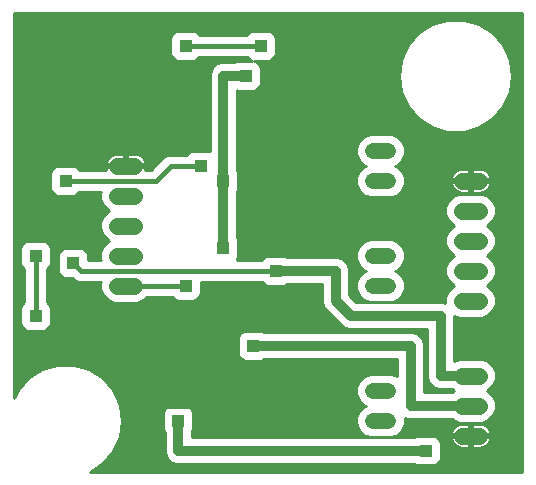
<source format=gbl>
G75*
%MOIN*%
%OFA0B0*%
%FSLAX24Y24*%
%IPPOS*%
%LPD*%
%AMOC8*
5,1,8,0,0,1.08239X$1,22.5*
%
%ADD10C,0.0517*%
%ADD11C,0.0551*%
%ADD12R,0.0425X0.0425*%
%ADD13C,0.0160*%
%ADD14C,0.0240*%
%ADD15C,0.0100*%
%ADD16C,0.0320*%
D10*
X012391Y002150D02*
X012909Y002150D01*
X012909Y003150D02*
X012391Y003150D01*
X012391Y006650D02*
X012909Y006650D01*
X012909Y007650D02*
X012391Y007650D01*
X012391Y010150D02*
X012909Y010150D01*
X012909Y011150D02*
X012391Y011150D01*
D11*
X015374Y010150D02*
X015926Y010150D01*
X015926Y009150D02*
X015374Y009150D01*
X015374Y008150D02*
X015926Y008150D01*
X015926Y007150D02*
X015374Y007150D01*
X015374Y006150D02*
X015926Y006150D01*
X015926Y003650D02*
X015374Y003650D01*
X015374Y002650D02*
X015926Y002650D01*
X015926Y001650D02*
X015374Y001650D01*
X004426Y006650D02*
X003874Y006650D01*
X003874Y007650D02*
X004426Y007650D01*
X004426Y008650D02*
X003874Y008650D01*
X003874Y009650D02*
X004426Y009650D01*
X004426Y010650D02*
X003874Y010650D01*
D12*
X002150Y010150D03*
X001150Y007650D03*
X002400Y007400D03*
X001150Y005650D03*
X001650Y004650D03*
X004650Y003520D03*
X005900Y002150D03*
X008350Y002700D03*
X008400Y004650D03*
X006650Y005900D03*
X006150Y006650D03*
X007400Y007900D03*
X008150Y009150D03*
X007400Y010150D03*
X006650Y010650D03*
X006150Y011650D03*
X008150Y013650D03*
X008650Y014650D03*
X006150Y014650D03*
X010150Y009150D03*
X009150Y007150D03*
X014150Y001150D03*
D13*
X015650Y000650D02*
X015650Y001650D01*
X015650Y000650D02*
X004650Y000650D01*
X004650Y002650D01*
X004650Y003520D01*
X004650Y002650D02*
X008350Y002650D01*
X008350Y002700D01*
X006150Y006650D02*
X004150Y006650D01*
X002650Y007150D02*
X009150Y007150D01*
X008150Y009150D02*
X010150Y009150D01*
X013650Y009150D01*
X014650Y010150D01*
X015650Y010150D01*
X008650Y014650D02*
X006150Y014650D01*
X006150Y011650D02*
X004150Y011650D01*
X004150Y010650D01*
X005150Y010150D02*
X002150Y010150D01*
X001150Y007650D02*
X001150Y005650D01*
X002650Y007150D02*
X002400Y007400D01*
X005150Y010150D02*
X005650Y010650D01*
X006650Y010650D01*
D14*
X006650Y005900D02*
X006400Y005650D01*
X004650Y005650D01*
X004650Y003520D01*
D15*
X003388Y000722D02*
X002949Y000440D01*
X017352Y000440D01*
X017352Y015730D01*
X000440Y015730D01*
X000440Y002909D01*
X000560Y003172D01*
X000560Y003172D01*
X000912Y003578D01*
X000912Y003578D01*
X000912Y003578D01*
X001365Y003869D01*
X001365Y003869D01*
X001881Y004021D01*
X002419Y004021D01*
X002935Y003869D01*
X002935Y003869D01*
X003388Y003578D01*
X003388Y003578D01*
X003740Y003172D01*
X003740Y003172D01*
X003963Y002682D01*
X003963Y002682D01*
X004040Y002150D01*
X003963Y001618D01*
X003963Y001618D01*
X003740Y001128D01*
X003740Y001128D01*
X003388Y000722D01*
X003388Y000722D01*
X003388Y000722D01*
X003404Y000741D02*
X005712Y000741D01*
X005645Y000769D02*
X005810Y000700D01*
X013765Y000700D01*
X013773Y000692D01*
X013880Y000647D01*
X014420Y000647D01*
X014527Y000692D01*
X014608Y000773D01*
X014653Y000880D01*
X014653Y001420D01*
X014608Y001527D01*
X014527Y001608D01*
X014420Y001653D01*
X013880Y001653D01*
X013773Y001608D01*
X013765Y001600D01*
X006350Y001600D01*
X006350Y001765D01*
X006358Y001773D01*
X006403Y001880D01*
X006403Y002420D01*
X006358Y002527D01*
X006277Y002608D01*
X006170Y002653D01*
X005630Y002653D01*
X005523Y002608D01*
X005442Y002527D01*
X005397Y002420D01*
X005397Y001880D01*
X005442Y001773D01*
X005450Y001765D01*
X005450Y001060D01*
X005519Y000895D01*
X005645Y000769D01*
X005574Y000840D02*
X003490Y000840D01*
X003575Y000938D02*
X005501Y000938D01*
X005460Y001037D02*
X003661Y001037D01*
X003743Y001135D02*
X005450Y001135D01*
X005450Y001234D02*
X003788Y001234D01*
X003833Y001332D02*
X005450Y001332D01*
X005450Y001431D02*
X003878Y001431D01*
X003923Y001529D02*
X005450Y001529D01*
X005450Y001628D02*
X003965Y001628D01*
X003979Y001726D02*
X005450Y001726D01*
X005420Y001825D02*
X003993Y001825D01*
X004007Y001923D02*
X005397Y001923D01*
X005397Y002022D02*
X004022Y002022D01*
X004036Y002120D02*
X005397Y002120D01*
X005397Y002219D02*
X004030Y002219D01*
X004016Y002317D02*
X005397Y002317D01*
X005397Y002416D02*
X004002Y002416D01*
X003988Y002514D02*
X005436Y002514D01*
X005533Y002613D02*
X003974Y002613D01*
X003950Y002711D02*
X012054Y002711D01*
X012080Y002685D02*
X012164Y002650D01*
X012080Y002615D01*
X011926Y002461D01*
X011843Y002259D01*
X011843Y002041D01*
X011926Y001839D01*
X012080Y001685D01*
X012282Y001601D01*
X013018Y001601D01*
X013220Y001685D01*
X013374Y001839D01*
X013457Y002041D01*
X013457Y002243D01*
X013560Y002200D01*
X015025Y002200D01*
X015054Y002171D01*
X015262Y002084D01*
X016038Y002084D01*
X016246Y002171D01*
X016405Y002330D01*
X016491Y002537D01*
X016491Y002763D01*
X016405Y002970D01*
X016246Y003129D01*
X016196Y003150D01*
X016246Y003171D01*
X016405Y003330D01*
X016491Y003537D01*
X016491Y003763D01*
X016405Y003970D01*
X016246Y004129D01*
X016038Y004216D01*
X015262Y004216D01*
X015100Y004149D01*
X015100Y005651D01*
X015262Y005584D01*
X016038Y005584D01*
X016246Y005671D01*
X016405Y005830D01*
X016491Y006037D01*
X016491Y006263D01*
X016405Y006470D01*
X016246Y006629D01*
X016196Y006650D01*
X016246Y006671D01*
X016405Y006830D01*
X016491Y007037D01*
X016491Y007263D01*
X016405Y007470D01*
X016246Y007629D01*
X016196Y007650D01*
X016246Y007671D01*
X016405Y007830D01*
X016491Y008037D01*
X016491Y008263D01*
X016405Y008470D01*
X016246Y008629D01*
X016196Y008650D01*
X016246Y008671D01*
X016405Y008830D01*
X016491Y009037D01*
X016491Y009263D01*
X016405Y009470D01*
X016246Y009629D01*
X016038Y009716D01*
X015262Y009716D01*
X015054Y009629D01*
X014895Y009470D01*
X014809Y009263D01*
X014809Y009037D01*
X014895Y008830D01*
X015054Y008671D01*
X015104Y008650D01*
X015054Y008629D01*
X014895Y008470D01*
X014809Y008263D01*
X014809Y008037D01*
X014895Y007830D01*
X015054Y007671D01*
X015104Y007650D01*
X015054Y007629D01*
X014895Y007470D01*
X014809Y007263D01*
X014809Y007037D01*
X014895Y006830D01*
X015054Y006671D01*
X015104Y006650D01*
X015054Y006629D01*
X014895Y006470D01*
X014809Y006263D01*
X014809Y006071D01*
X014740Y006100D01*
X011836Y006100D01*
X011600Y006336D01*
X011600Y007240D01*
X011531Y007405D01*
X011405Y007531D01*
X011240Y007600D01*
X009535Y007600D01*
X009527Y007608D01*
X009420Y007653D01*
X008880Y007653D01*
X008773Y007608D01*
X008692Y007527D01*
X008689Y007520D01*
X007855Y007520D01*
X007858Y007523D01*
X007903Y007630D01*
X007903Y008170D01*
X007858Y008277D01*
X007850Y008285D01*
X007850Y009765D01*
X007858Y009773D01*
X007903Y009880D01*
X007903Y010420D01*
X007858Y010527D01*
X007850Y010535D01*
X007850Y013160D01*
X007880Y013147D01*
X008420Y013147D01*
X008527Y013192D01*
X008608Y013273D01*
X008653Y013380D01*
X008653Y013920D01*
X008608Y014027D01*
X008527Y014108D01*
X008433Y014147D01*
X008920Y014147D01*
X009027Y014192D01*
X009108Y014273D01*
X009153Y014380D01*
X009153Y014920D01*
X009108Y015027D01*
X009027Y015108D01*
X008920Y015153D01*
X008380Y015153D01*
X008273Y015108D01*
X008192Y015027D01*
X008189Y015020D01*
X006611Y015020D01*
X006608Y015027D01*
X006527Y015108D01*
X006420Y015153D01*
X005880Y015153D01*
X005773Y015108D01*
X005692Y015027D01*
X005647Y014920D01*
X005647Y014380D01*
X005692Y014273D01*
X005773Y014192D01*
X005880Y014147D01*
X006420Y014147D01*
X006527Y014192D01*
X006608Y014273D01*
X006611Y014280D01*
X008189Y014280D01*
X008192Y014273D01*
X008273Y014192D01*
X008367Y014153D01*
X007880Y014153D01*
X007773Y014108D01*
X007765Y014100D01*
X007310Y014100D01*
X007145Y014031D01*
X007019Y013905D01*
X006950Y013740D01*
X006950Y011140D01*
X006920Y011153D01*
X006380Y011153D01*
X006273Y011108D01*
X006192Y011027D01*
X006189Y011020D01*
X005576Y011020D01*
X005440Y010964D01*
X004997Y010520D01*
X004809Y010520D01*
X004814Y010532D01*
X004828Y010602D01*
X004198Y010602D01*
X004198Y010698D01*
X004102Y010698D01*
X004102Y010602D01*
X003472Y010602D01*
X003486Y010532D01*
X003491Y010520D01*
X002611Y010520D01*
X002608Y010527D01*
X002527Y010608D01*
X002420Y010653D01*
X001880Y010653D01*
X001773Y010608D01*
X001692Y010527D01*
X001647Y010420D01*
X001647Y009880D01*
X001692Y009773D01*
X001773Y009692D01*
X001880Y009647D01*
X002420Y009647D01*
X002527Y009692D01*
X002608Y009773D01*
X002611Y009780D01*
X003316Y009780D01*
X003309Y009763D01*
X003309Y009537D01*
X003395Y009330D01*
X003554Y009171D01*
X003604Y009150D01*
X003554Y009129D01*
X003395Y008970D01*
X003309Y008763D01*
X003309Y008537D01*
X003395Y008330D01*
X003554Y008171D01*
X003604Y008150D01*
X003554Y008129D01*
X003395Y007970D01*
X003309Y007763D01*
X003309Y007537D01*
X003316Y007520D01*
X002903Y007520D01*
X002903Y007670D01*
X002858Y007777D01*
X002777Y007858D01*
X002670Y007903D01*
X002130Y007903D01*
X002023Y007858D01*
X001942Y007777D01*
X001897Y007670D01*
X001897Y007130D01*
X001942Y007023D01*
X002023Y006942D01*
X002130Y006897D01*
X002379Y006897D01*
X002440Y006836D01*
X002576Y006780D01*
X003316Y006780D01*
X003309Y006763D01*
X003309Y006537D01*
X003395Y006330D01*
X003554Y006171D01*
X003762Y006084D01*
X004538Y006084D01*
X004746Y006171D01*
X004855Y006280D01*
X005689Y006280D01*
X005692Y006273D01*
X005773Y006192D01*
X005880Y006147D01*
X006420Y006147D01*
X006527Y006192D01*
X006608Y006273D01*
X006653Y006380D01*
X006653Y006780D01*
X008689Y006780D01*
X008692Y006773D01*
X008773Y006692D01*
X008880Y006647D01*
X009420Y006647D01*
X009527Y006692D01*
X009535Y006700D01*
X010700Y006700D01*
X010700Y006060D01*
X001575Y006060D01*
X001608Y006027D02*
X001527Y006108D01*
X001520Y006111D01*
X001520Y007189D01*
X001527Y007192D01*
X001608Y007273D01*
X001653Y007380D01*
X001653Y007920D01*
X001608Y008027D01*
X001527Y008108D01*
X001420Y008153D01*
X000880Y008153D01*
X000773Y008108D01*
X000692Y008027D01*
X000647Y007920D01*
X000647Y007380D01*
X000692Y007273D01*
X000773Y007192D01*
X000780Y007189D01*
X000780Y006111D01*
X000773Y006108D01*
X000692Y006027D01*
X000647Y005920D01*
X000647Y005380D01*
X000692Y005273D01*
X000773Y005192D01*
X000880Y005147D01*
X001420Y005147D01*
X001527Y005192D01*
X001608Y005273D01*
X001653Y005380D01*
X001653Y005920D01*
X001608Y006027D01*
X001636Y005962D02*
X010741Y005962D01*
X010769Y005895D02*
X011269Y005395D01*
X011395Y005269D01*
X011560Y005200D01*
X014200Y005200D01*
X014200Y003560D01*
X014269Y003395D01*
X014395Y003269D01*
X014560Y003200D01*
X015025Y003200D01*
X015054Y003171D01*
X015104Y003150D01*
X015054Y003129D01*
X015025Y003100D01*
X014100Y003100D01*
X014100Y004740D01*
X014031Y004905D01*
X013905Y005031D01*
X013740Y005100D01*
X008785Y005100D01*
X008777Y005108D01*
X008670Y005153D01*
X008130Y005153D01*
X008023Y005108D01*
X007942Y005027D01*
X007897Y004920D01*
X007897Y004380D01*
X007942Y004273D01*
X008023Y004192D01*
X008130Y004147D01*
X008670Y004147D01*
X008777Y004192D01*
X008785Y004200D01*
X013200Y004200D01*
X013200Y003623D01*
X013018Y003699D01*
X012282Y003699D01*
X012080Y003615D01*
X011926Y003461D01*
X011843Y003259D01*
X011843Y003041D01*
X011926Y002839D01*
X012080Y002685D01*
X012078Y002613D02*
X006267Y002613D01*
X006364Y002514D02*
X011979Y002514D01*
X011907Y002416D02*
X006403Y002416D01*
X006403Y002317D02*
X011866Y002317D01*
X011843Y002219D02*
X006403Y002219D01*
X006403Y002120D02*
X011843Y002120D01*
X011851Y002022D02*
X006403Y002022D01*
X006403Y001923D02*
X011891Y001923D01*
X011941Y001825D02*
X006380Y001825D01*
X006350Y001726D02*
X012039Y001726D01*
X012219Y001628D02*
X006350Y001628D01*
X003905Y002810D02*
X011956Y002810D01*
X011898Y002908D02*
X003860Y002908D01*
X003815Y003007D02*
X011857Y003007D01*
X011843Y003105D02*
X003770Y003105D01*
X003713Y003204D02*
X011843Y003204D01*
X011860Y003302D02*
X003627Y003302D01*
X003542Y003401D02*
X011901Y003401D01*
X011964Y003499D02*
X003456Y003499D01*
X003358Y003598D02*
X012063Y003598D01*
X012276Y003696D02*
X003205Y003696D01*
X003051Y003795D02*
X013200Y003795D01*
X013200Y003893D02*
X002854Y003893D01*
X002519Y003992D02*
X013200Y003992D01*
X013200Y004090D02*
X000440Y004090D01*
X000440Y003992D02*
X001781Y003992D01*
X001446Y003893D02*
X000440Y003893D01*
X000440Y003795D02*
X001249Y003795D01*
X001095Y003696D02*
X000440Y003696D01*
X000440Y003598D02*
X000942Y003598D01*
X000844Y003499D02*
X000440Y003499D01*
X000440Y003401D02*
X000758Y003401D01*
X000673Y003302D02*
X000440Y003302D01*
X000440Y003204D02*
X000587Y003204D01*
X000530Y003105D02*
X000440Y003105D01*
X000440Y003007D02*
X000485Y003007D01*
X000440Y004189D02*
X008030Y004189D01*
X007936Y004287D02*
X000440Y004287D01*
X000440Y004386D02*
X007897Y004386D01*
X007897Y004484D02*
X000440Y004484D01*
X000440Y004583D02*
X007897Y004583D01*
X007897Y004681D02*
X000440Y004681D01*
X000440Y004780D02*
X007897Y004780D01*
X007897Y004878D02*
X000440Y004878D01*
X000440Y004977D02*
X007921Y004977D01*
X007990Y005075D02*
X000440Y005075D01*
X000440Y005174D02*
X000817Y005174D01*
X000693Y005272D02*
X000440Y005272D01*
X000440Y005371D02*
X000651Y005371D01*
X000647Y005469D02*
X000440Y005469D01*
X000440Y005568D02*
X000647Y005568D01*
X000647Y005666D02*
X000440Y005666D01*
X000440Y005765D02*
X000647Y005765D01*
X000647Y005863D02*
X000440Y005863D01*
X000440Y005962D02*
X000664Y005962D01*
X000725Y006060D02*
X000440Y006060D01*
X000440Y006159D02*
X000780Y006159D01*
X000780Y006257D02*
X000440Y006257D01*
X000440Y006356D02*
X000780Y006356D01*
X000780Y006454D02*
X000440Y006454D01*
X000440Y006553D02*
X000780Y006553D01*
X000780Y006651D02*
X000440Y006651D01*
X000440Y006750D02*
X000780Y006750D01*
X000780Y006848D02*
X000440Y006848D01*
X000440Y006947D02*
X000780Y006947D01*
X000780Y007045D02*
X000440Y007045D01*
X000440Y007144D02*
X000780Y007144D01*
X000723Y007242D02*
X000440Y007242D01*
X000440Y007341D02*
X000664Y007341D01*
X000647Y007439D02*
X000440Y007439D01*
X000440Y007538D02*
X000647Y007538D01*
X000647Y007636D02*
X000440Y007636D01*
X000440Y007735D02*
X000647Y007735D01*
X000647Y007833D02*
X000440Y007833D01*
X000440Y007932D02*
X000652Y007932D01*
X000695Y008030D02*
X000440Y008030D01*
X000440Y008129D02*
X000822Y008129D01*
X000440Y008227D02*
X003498Y008227D01*
X003553Y008129D02*
X001478Y008129D01*
X001605Y008030D02*
X003455Y008030D01*
X003379Y007932D02*
X001648Y007932D01*
X001653Y007833D02*
X001998Y007833D01*
X001924Y007735D02*
X001653Y007735D01*
X001653Y007636D02*
X001897Y007636D01*
X001897Y007538D02*
X001653Y007538D01*
X001653Y007439D02*
X001897Y007439D01*
X001897Y007341D02*
X001636Y007341D01*
X001577Y007242D02*
X001897Y007242D01*
X001897Y007144D02*
X001520Y007144D01*
X001520Y007045D02*
X001932Y007045D01*
X002018Y006947D02*
X001520Y006947D01*
X001520Y006848D02*
X002429Y006848D01*
X002903Y007538D02*
X003309Y007538D01*
X003309Y007636D02*
X002903Y007636D01*
X002876Y007735D02*
X003309Y007735D01*
X003338Y007833D02*
X002802Y007833D01*
X003399Y008326D02*
X000440Y008326D01*
X000440Y008424D02*
X003356Y008424D01*
X003315Y008523D02*
X000440Y008523D01*
X000440Y008621D02*
X003309Y008621D01*
X003309Y008720D02*
X000440Y008720D01*
X000440Y008818D02*
X003332Y008818D01*
X003373Y008917D02*
X000440Y008917D01*
X000440Y009015D02*
X003440Y009015D01*
X003538Y009114D02*
X000440Y009114D01*
X000440Y009212D02*
X003513Y009212D01*
X003414Y009311D02*
X000440Y009311D01*
X000440Y009409D02*
X003362Y009409D01*
X003321Y009508D02*
X000440Y009508D01*
X000440Y009606D02*
X003309Y009606D01*
X003309Y009705D02*
X002540Y009705D01*
X001760Y009705D02*
X000440Y009705D01*
X000440Y009803D02*
X001679Y009803D01*
X001647Y009902D02*
X000440Y009902D01*
X000440Y010000D02*
X001647Y010000D01*
X001647Y010099D02*
X000440Y010099D01*
X000440Y010197D02*
X001647Y010197D01*
X001647Y010296D02*
X000440Y010296D01*
X000440Y010394D02*
X001647Y010394D01*
X001677Y010493D02*
X000440Y010493D01*
X000440Y010591D02*
X001756Y010591D01*
X002544Y010591D02*
X003474Y010591D01*
X003472Y010698D02*
X004102Y010698D01*
X004102Y011054D01*
X003835Y011054D01*
X003756Y011039D01*
X003683Y011008D01*
X003617Y010964D01*
X003560Y010908D01*
X003516Y010842D01*
X003486Y010768D01*
X003472Y010698D01*
X003494Y010788D02*
X000440Y010788D01*
X000440Y010690D02*
X004102Y010690D01*
X004198Y010690D02*
X005166Y010690D01*
X005265Y010788D02*
X004806Y010788D01*
X004814Y010768D02*
X004784Y010842D01*
X004740Y010908D01*
X004683Y010964D01*
X004617Y011008D01*
X004544Y011039D01*
X004465Y011054D01*
X004198Y011054D01*
X004198Y010698D01*
X004828Y010698D01*
X004814Y010768D01*
X004754Y010887D02*
X005363Y010887D01*
X005492Y010985D02*
X004652Y010985D01*
X004826Y010591D02*
X005068Y010591D01*
X004198Y010788D02*
X004102Y010788D01*
X004102Y010887D02*
X004198Y010887D01*
X004198Y010985D02*
X004102Y010985D01*
X003648Y010985D02*
X000440Y010985D01*
X000440Y010887D02*
X003546Y010887D01*
X006248Y011084D02*
X000440Y011084D01*
X000440Y011182D02*
X006950Y011182D01*
X006950Y011281D02*
X000440Y011281D01*
X000440Y011379D02*
X006950Y011379D01*
X006950Y011478D02*
X000440Y011478D01*
X000440Y011576D02*
X006950Y011576D01*
X006950Y011675D02*
X000440Y011675D01*
X000440Y011773D02*
X006950Y011773D01*
X006950Y011872D02*
X000440Y011872D01*
X000440Y011970D02*
X006950Y011970D01*
X006950Y012069D02*
X000440Y012069D01*
X000440Y012167D02*
X006950Y012167D01*
X006950Y012266D02*
X000440Y012266D01*
X000440Y012364D02*
X006950Y012364D01*
X006950Y012463D02*
X000440Y012463D01*
X000440Y012561D02*
X006950Y012561D01*
X006950Y012660D02*
X000440Y012660D01*
X000440Y012758D02*
X006950Y012758D01*
X006950Y012857D02*
X000440Y012857D01*
X000440Y012955D02*
X006950Y012955D01*
X006950Y013054D02*
X000440Y013054D01*
X000440Y013152D02*
X006950Y013152D01*
X006950Y013251D02*
X000440Y013251D01*
X000440Y013349D02*
X006950Y013349D01*
X006950Y013448D02*
X000440Y013448D01*
X000440Y013546D02*
X006950Y013546D01*
X006950Y013645D02*
X000440Y013645D01*
X000440Y013743D02*
X006951Y013743D01*
X006992Y013842D02*
X000440Y013842D01*
X000440Y013940D02*
X007054Y013940D01*
X007162Y014039D02*
X000440Y014039D01*
X000440Y014137D02*
X007842Y014137D01*
X008229Y014236D02*
X006571Y014236D01*
X005729Y014236D02*
X000440Y014236D01*
X000440Y014334D02*
X005666Y014334D01*
X005647Y014433D02*
X000440Y014433D01*
X000440Y014531D02*
X005647Y014531D01*
X005647Y014630D02*
X000440Y014630D01*
X000440Y014728D02*
X005647Y014728D01*
X005647Y014827D02*
X000440Y014827D01*
X000440Y014925D02*
X005649Y014925D01*
X005690Y015024D02*
X000440Y015024D01*
X000440Y015122D02*
X005806Y015122D01*
X006494Y015122D02*
X008306Y015122D01*
X008190Y015024D02*
X006610Y015024D01*
X008458Y014137D02*
X013330Y014137D01*
X013337Y014182D02*
X013260Y013650D01*
X013337Y013118D01*
X013560Y012628D01*
X013912Y012222D01*
X014365Y011931D01*
X014881Y011779D01*
X015419Y011779D01*
X015935Y011931D01*
X016388Y012222D01*
X016740Y012628D01*
X016740Y012628D01*
X016963Y013118D01*
X017040Y013650D01*
X016963Y014182D01*
X016963Y014182D01*
X016740Y014672D01*
X016388Y015078D01*
X015935Y015369D01*
X015419Y015521D01*
X014881Y015521D01*
X014365Y015369D01*
X014365Y015369D01*
X013912Y015078D01*
X013560Y014672D01*
X013337Y014182D01*
X013361Y014236D02*
X009071Y014236D01*
X009134Y014334D02*
X013406Y014334D01*
X013451Y014433D02*
X009153Y014433D01*
X009153Y014531D02*
X013496Y014531D01*
X013541Y014630D02*
X009153Y014630D01*
X009153Y014728D02*
X013609Y014728D01*
X013694Y014827D02*
X009153Y014827D01*
X009151Y014925D02*
X013779Y014925D01*
X013865Y015024D02*
X009110Y015024D01*
X008994Y015122D02*
X013980Y015122D01*
X013912Y015078D02*
X013912Y015078D01*
X013912Y015078D01*
X014134Y015221D02*
X000440Y015221D01*
X000440Y015319D02*
X014287Y015319D01*
X014529Y015418D02*
X000440Y015418D01*
X000440Y015516D02*
X014865Y015516D01*
X015435Y015516D02*
X017352Y015516D01*
X017352Y015418D02*
X015771Y015418D01*
X015935Y015369D02*
X015935Y015369D01*
X016013Y015319D02*
X017352Y015319D01*
X017352Y015221D02*
X016166Y015221D01*
X016320Y015122D02*
X017352Y015122D01*
X017352Y015024D02*
X016435Y015024D01*
X016388Y015078D02*
X016388Y015078D01*
X016521Y014925D02*
X017352Y014925D01*
X017352Y014827D02*
X016606Y014827D01*
X016691Y014728D02*
X017352Y014728D01*
X017352Y014630D02*
X016759Y014630D01*
X016740Y014672D02*
X016740Y014672D01*
X016804Y014531D02*
X017352Y014531D01*
X017352Y014433D02*
X016849Y014433D01*
X016894Y014334D02*
X017352Y014334D01*
X017352Y014236D02*
X016939Y014236D01*
X016970Y014137D02*
X017352Y014137D01*
X017352Y014039D02*
X016984Y014039D01*
X016998Y013940D02*
X017352Y013940D01*
X017352Y013842D02*
X017012Y013842D01*
X017027Y013743D02*
X017352Y013743D01*
X017352Y013645D02*
X017039Y013645D01*
X017025Y013546D02*
X017352Y013546D01*
X017352Y013448D02*
X017011Y013448D01*
X016997Y013349D02*
X017352Y013349D01*
X017352Y013251D02*
X016983Y013251D01*
X016968Y013152D02*
X017352Y013152D01*
X017352Y013054D02*
X016934Y013054D01*
X016963Y013118D02*
X016963Y013118D01*
X016889Y012955D02*
X017352Y012955D01*
X017352Y012857D02*
X016844Y012857D01*
X016799Y012758D02*
X017352Y012758D01*
X017352Y012660D02*
X016754Y012660D01*
X016682Y012561D02*
X017352Y012561D01*
X017352Y012463D02*
X016596Y012463D01*
X016511Y012364D02*
X017352Y012364D01*
X017352Y012266D02*
X016426Y012266D01*
X016388Y012222D02*
X016388Y012222D01*
X016388Y012222D01*
X016303Y012167D02*
X017352Y012167D01*
X017352Y012069D02*
X016149Y012069D01*
X015996Y011970D02*
X017352Y011970D01*
X017352Y011872D02*
X015733Y011872D01*
X015935Y011931D02*
X015935Y011931D01*
X014567Y011872D02*
X007850Y011872D01*
X007850Y011970D02*
X014304Y011970D01*
X014365Y011931D02*
X014365Y011931D01*
X014151Y012069D02*
X007850Y012069D01*
X007850Y012167D02*
X013997Y012167D01*
X013912Y012222D02*
X013912Y012222D01*
X013874Y012266D02*
X007850Y012266D01*
X007850Y012364D02*
X013789Y012364D01*
X013704Y012463D02*
X007850Y012463D01*
X007850Y012561D02*
X013618Y012561D01*
X013560Y012628D02*
X013560Y012628D01*
X013546Y012660D02*
X007850Y012660D01*
X007850Y012758D02*
X013501Y012758D01*
X013456Y012857D02*
X007850Y012857D01*
X007850Y012955D02*
X013411Y012955D01*
X013366Y013054D02*
X007850Y013054D01*
X007850Y013152D02*
X007869Y013152D01*
X008431Y013152D02*
X013332Y013152D01*
X013317Y013251D02*
X008586Y013251D01*
X008640Y013349D02*
X013303Y013349D01*
X013289Y013448D02*
X008653Y013448D01*
X008653Y013546D02*
X013275Y013546D01*
X013261Y013645D02*
X008653Y013645D01*
X008653Y013743D02*
X013273Y013743D01*
X013288Y013842D02*
X008653Y013842D01*
X008644Y013940D02*
X013302Y013940D01*
X013316Y014039D02*
X008597Y014039D01*
X007850Y011773D02*
X017352Y011773D01*
X017352Y011675D02*
X013076Y011675D01*
X013018Y011699D02*
X012282Y011699D01*
X012080Y011615D01*
X011926Y011461D01*
X011843Y011259D01*
X011843Y011041D01*
X011926Y010839D01*
X012080Y010685D01*
X012164Y010650D01*
X012080Y010615D01*
X011926Y010461D01*
X011843Y010259D01*
X011843Y010041D01*
X011926Y009839D01*
X012080Y009685D01*
X012282Y009601D01*
X013018Y009601D01*
X013220Y009685D01*
X013374Y009839D01*
X013457Y010041D01*
X013457Y010259D01*
X013374Y010461D01*
X013220Y010615D01*
X013136Y010650D01*
X013220Y010685D01*
X013374Y010839D01*
X013457Y011041D01*
X013457Y011259D01*
X013374Y011461D01*
X013220Y011615D01*
X013018Y011699D01*
X013259Y011576D02*
X017352Y011576D01*
X017352Y011478D02*
X013357Y011478D01*
X013408Y011379D02*
X017352Y011379D01*
X017352Y011281D02*
X013449Y011281D01*
X013457Y011182D02*
X017352Y011182D01*
X017352Y011084D02*
X013457Y011084D01*
X013434Y010985D02*
X017352Y010985D01*
X017352Y010887D02*
X013394Y010887D01*
X013323Y010788D02*
X017352Y010788D01*
X017352Y010690D02*
X013224Y010690D01*
X013244Y010591D02*
X017352Y010591D01*
X017352Y010493D02*
X016141Y010493D01*
X016117Y010508D02*
X016044Y010539D01*
X015965Y010554D01*
X015698Y010554D01*
X015698Y010198D01*
X015602Y010198D01*
X015602Y010102D01*
X015698Y010102D01*
X015698Y009746D01*
X015965Y009746D01*
X016044Y009761D01*
X016117Y009792D01*
X016183Y009836D01*
X016240Y009892D01*
X016284Y009958D01*
X016314Y010032D01*
X016328Y010102D01*
X015698Y010102D01*
X015698Y010198D01*
X016328Y010198D01*
X016314Y010268D01*
X016284Y010342D01*
X016240Y010408D01*
X016183Y010464D01*
X016117Y010508D01*
X016249Y010394D02*
X017352Y010394D01*
X017352Y010296D02*
X016303Y010296D01*
X016328Y010099D02*
X017352Y010099D01*
X017352Y010197D02*
X015698Y010197D01*
X015602Y010197D02*
X013457Y010197D01*
X013457Y010099D02*
X014972Y010099D01*
X014972Y010102D02*
X014986Y010032D01*
X015016Y009958D01*
X015060Y009892D01*
X015117Y009836D01*
X015183Y009792D01*
X015256Y009761D01*
X015335Y009746D01*
X015602Y009746D01*
X015602Y010102D01*
X014972Y010102D01*
X014972Y010198D02*
X015602Y010198D01*
X015602Y010554D01*
X015335Y010554D01*
X015256Y010539D01*
X015183Y010508D01*
X015117Y010464D01*
X015060Y010408D01*
X015016Y010342D01*
X014986Y010268D01*
X014972Y010198D01*
X014997Y010296D02*
X013442Y010296D01*
X013402Y010394D02*
X015051Y010394D01*
X015159Y010493D02*
X013342Y010493D01*
X013441Y010000D02*
X014999Y010000D01*
X015054Y009902D02*
X013400Y009902D01*
X013338Y009803D02*
X015166Y009803D01*
X015235Y009705D02*
X013239Y009705D01*
X013029Y009606D02*
X015031Y009606D01*
X014932Y009508D02*
X007850Y009508D01*
X007850Y009606D02*
X012271Y009606D01*
X012061Y009705D02*
X007850Y009705D01*
X007871Y009803D02*
X011962Y009803D01*
X011900Y009902D02*
X007903Y009902D01*
X007903Y010000D02*
X011859Y010000D01*
X011843Y010099D02*
X007903Y010099D01*
X007903Y010197D02*
X011843Y010197D01*
X011858Y010296D02*
X007903Y010296D01*
X007903Y010394D02*
X011898Y010394D01*
X011958Y010493D02*
X007873Y010493D01*
X007850Y010591D02*
X012056Y010591D01*
X012076Y010690D02*
X007850Y010690D01*
X007850Y010788D02*
X011977Y010788D01*
X011906Y010887D02*
X007850Y010887D01*
X007850Y010985D02*
X011866Y010985D01*
X011843Y011084D02*
X007850Y011084D01*
X007850Y011182D02*
X011843Y011182D01*
X011851Y011281D02*
X007850Y011281D01*
X007850Y011379D02*
X011892Y011379D01*
X011943Y011478D02*
X007850Y011478D01*
X007850Y011576D02*
X012041Y011576D01*
X012224Y011675D02*
X007850Y011675D01*
X007850Y009409D02*
X014870Y009409D01*
X014829Y009311D02*
X007850Y009311D01*
X007850Y009212D02*
X014809Y009212D01*
X014809Y009114D02*
X007850Y009114D01*
X007850Y009015D02*
X014818Y009015D01*
X014859Y008917D02*
X007850Y008917D01*
X007850Y008818D02*
X014907Y008818D01*
X015005Y008720D02*
X007850Y008720D01*
X007850Y008621D02*
X015046Y008621D01*
X014947Y008523D02*
X007850Y008523D01*
X007850Y008424D02*
X014876Y008424D01*
X014835Y008326D02*
X007850Y008326D01*
X007879Y008227D02*
X014809Y008227D01*
X014809Y008129D02*
X013187Y008129D01*
X013220Y008115D02*
X013018Y008199D01*
X012282Y008199D01*
X012080Y008115D01*
X011926Y007961D01*
X011843Y007759D01*
X011843Y007541D01*
X011926Y007339D01*
X012080Y007185D01*
X012164Y007150D01*
X012080Y007115D01*
X011926Y006961D01*
X011843Y006759D01*
X011843Y006541D01*
X011926Y006339D01*
X012080Y006185D01*
X012282Y006101D01*
X013018Y006101D01*
X013220Y006185D01*
X013374Y006339D01*
X013457Y006541D01*
X013457Y006759D01*
X013374Y006961D01*
X013220Y007115D01*
X013136Y007150D01*
X013220Y007185D01*
X013374Y007339D01*
X013457Y007541D01*
X013457Y007759D01*
X013374Y007961D01*
X013220Y008115D01*
X013305Y008030D02*
X014812Y008030D01*
X014853Y007932D02*
X013386Y007932D01*
X013427Y007833D02*
X014894Y007833D01*
X014990Y007735D02*
X013457Y007735D01*
X013457Y007636D02*
X015070Y007636D01*
X014962Y007538D02*
X013456Y007538D01*
X013415Y007439D02*
X014882Y007439D01*
X014841Y007341D02*
X013374Y007341D01*
X013277Y007242D02*
X014809Y007242D01*
X014809Y007144D02*
X013151Y007144D01*
X013290Y007045D02*
X014809Y007045D01*
X014847Y006947D02*
X013380Y006947D01*
X013421Y006848D02*
X014887Y006848D01*
X014975Y006750D02*
X013457Y006750D01*
X013457Y006651D02*
X015101Y006651D01*
X014977Y006553D02*
X013457Y006553D01*
X013422Y006454D02*
X014888Y006454D01*
X014847Y006356D02*
X013381Y006356D01*
X013292Y006257D02*
X014809Y006257D01*
X014809Y006159D02*
X013156Y006159D01*
X012144Y006159D02*
X011778Y006159D01*
X011679Y006257D02*
X012008Y006257D01*
X011919Y006356D02*
X011600Y006356D01*
X011600Y006454D02*
X011878Y006454D01*
X011843Y006553D02*
X011600Y006553D01*
X011600Y006651D02*
X011843Y006651D01*
X011843Y006750D02*
X011600Y006750D01*
X011600Y006848D02*
X011879Y006848D01*
X011920Y006947D02*
X011600Y006947D01*
X011600Y007045D02*
X012010Y007045D01*
X012149Y007144D02*
X011600Y007144D01*
X011599Y007242D02*
X012023Y007242D01*
X011925Y007341D02*
X011558Y007341D01*
X011497Y007439D02*
X011885Y007439D01*
X011844Y007538D02*
X011390Y007538D01*
X011843Y007636D02*
X009460Y007636D01*
X008840Y007636D02*
X007903Y007636D01*
X007903Y007735D02*
X011843Y007735D01*
X011873Y007833D02*
X007903Y007833D01*
X007903Y007932D02*
X011914Y007932D01*
X011995Y008030D02*
X007903Y008030D01*
X007903Y008129D02*
X012113Y008129D01*
X010700Y006651D02*
X009429Y006651D01*
X008871Y006651D02*
X006653Y006651D01*
X006653Y006553D02*
X010700Y006553D01*
X010700Y006454D02*
X006653Y006454D01*
X006643Y006356D02*
X010700Y006356D01*
X010700Y006257D02*
X006592Y006257D01*
X006447Y006159D02*
X010700Y006159D01*
X010700Y006060D02*
X010769Y005895D01*
X010801Y005863D02*
X001653Y005863D01*
X001653Y005765D02*
X010899Y005765D01*
X010998Y005666D02*
X001653Y005666D01*
X001653Y005568D02*
X011096Y005568D01*
X011195Y005469D02*
X001653Y005469D01*
X001649Y005371D02*
X011293Y005371D01*
X011392Y005272D02*
X001607Y005272D01*
X001483Y005174D02*
X014200Y005174D01*
X014200Y005075D02*
X013800Y005075D01*
X013960Y004977D02*
X014200Y004977D01*
X014200Y004878D02*
X014043Y004878D01*
X014083Y004780D02*
X014200Y004780D01*
X014200Y004681D02*
X014100Y004681D01*
X014100Y004583D02*
X014200Y004583D01*
X014200Y004484D02*
X014100Y004484D01*
X014100Y004386D02*
X014200Y004386D01*
X014200Y004287D02*
X014100Y004287D01*
X014100Y004189D02*
X014200Y004189D01*
X014200Y004090D02*
X014100Y004090D01*
X014100Y003992D02*
X014200Y003992D01*
X014200Y003893D02*
X014100Y003893D01*
X014100Y003795D02*
X014200Y003795D01*
X014200Y003696D02*
X014100Y003696D01*
X014100Y003598D02*
X014200Y003598D01*
X014225Y003499D02*
X014100Y003499D01*
X014100Y003401D02*
X014266Y003401D01*
X014362Y003302D02*
X014100Y003302D01*
X014100Y003204D02*
X014552Y003204D01*
X014100Y003105D02*
X015030Y003105D01*
X015176Y002120D02*
X013457Y002120D01*
X013457Y002219D02*
X013516Y002219D01*
X013449Y002022D02*
X015215Y002022D01*
X015183Y002008D02*
X015117Y001964D01*
X015060Y001908D01*
X015016Y001842D01*
X014986Y001768D01*
X014972Y001698D01*
X015602Y001698D01*
X015602Y002054D01*
X015335Y002054D01*
X015256Y002039D01*
X015183Y002008D01*
X015076Y001923D02*
X013409Y001923D01*
X013359Y001825D02*
X015009Y001825D01*
X014977Y001726D02*
X013261Y001726D01*
X013081Y001628D02*
X013819Y001628D01*
X014481Y001628D02*
X015602Y001628D01*
X015602Y001602D02*
X015602Y001698D01*
X015698Y001698D01*
X015698Y002054D01*
X015965Y002054D01*
X016044Y002039D01*
X016117Y002008D01*
X016183Y001964D01*
X016240Y001908D01*
X016284Y001842D01*
X016314Y001768D01*
X016328Y001698D01*
X015698Y001698D01*
X015698Y001602D01*
X016328Y001602D01*
X016314Y001532D01*
X016284Y001458D01*
X016240Y001392D01*
X016183Y001336D01*
X016117Y001292D01*
X016044Y001261D01*
X015965Y001246D01*
X015698Y001246D01*
X015698Y001602D01*
X015602Y001602D01*
X015602Y001246D01*
X015335Y001246D01*
X015256Y001261D01*
X015183Y001292D01*
X015117Y001336D01*
X015060Y001392D01*
X015016Y001458D01*
X014986Y001532D01*
X014972Y001602D01*
X015602Y001602D01*
X015602Y001529D02*
X015698Y001529D01*
X015698Y001431D02*
X015602Y001431D01*
X015602Y001332D02*
X015698Y001332D01*
X015698Y001628D02*
X017352Y001628D01*
X017352Y001726D02*
X016323Y001726D01*
X016291Y001825D02*
X017352Y001825D01*
X017352Y001923D02*
X016224Y001923D01*
X016085Y002022D02*
X017352Y002022D01*
X017352Y002120D02*
X016124Y002120D01*
X016294Y002219D02*
X017352Y002219D01*
X017352Y002317D02*
X016392Y002317D01*
X016441Y002416D02*
X017352Y002416D01*
X017352Y002514D02*
X016481Y002514D01*
X016491Y002613D02*
X017352Y002613D01*
X017352Y002711D02*
X016491Y002711D01*
X016472Y002810D02*
X017352Y002810D01*
X017352Y002908D02*
X016431Y002908D01*
X016369Y003007D02*
X017352Y003007D01*
X017352Y003105D02*
X016270Y003105D01*
X016279Y003204D02*
X017352Y003204D01*
X017352Y003302D02*
X016377Y003302D01*
X016434Y003401D02*
X017352Y003401D01*
X017352Y003499D02*
X016475Y003499D01*
X016491Y003598D02*
X017352Y003598D01*
X017352Y003696D02*
X016491Y003696D01*
X016478Y003795D02*
X017352Y003795D01*
X017352Y003893D02*
X016437Y003893D01*
X016384Y003992D02*
X017352Y003992D01*
X017352Y004090D02*
X016285Y004090D01*
X016103Y004189D02*
X017352Y004189D01*
X017352Y004287D02*
X015100Y004287D01*
X015100Y004189D02*
X015197Y004189D01*
X015100Y004386D02*
X017352Y004386D01*
X017352Y004484D02*
X015100Y004484D01*
X015100Y004583D02*
X017352Y004583D01*
X017352Y004681D02*
X015100Y004681D01*
X015100Y004780D02*
X017352Y004780D01*
X017352Y004878D02*
X015100Y004878D01*
X015100Y004977D02*
X017352Y004977D01*
X017352Y005075D02*
X015100Y005075D01*
X015100Y005174D02*
X017352Y005174D01*
X017352Y005272D02*
X015100Y005272D01*
X015100Y005371D02*
X017352Y005371D01*
X017352Y005469D02*
X015100Y005469D01*
X015100Y005568D02*
X017352Y005568D01*
X017352Y005666D02*
X016235Y005666D01*
X016340Y005765D02*
X017352Y005765D01*
X017352Y005863D02*
X016419Y005863D01*
X016460Y005962D02*
X017352Y005962D01*
X017352Y006060D02*
X016491Y006060D01*
X016491Y006159D02*
X017352Y006159D01*
X017352Y006257D02*
X016491Y006257D01*
X016453Y006356D02*
X017352Y006356D01*
X017352Y006454D02*
X016412Y006454D01*
X016323Y006553D02*
X017352Y006553D01*
X017352Y006651D02*
X016199Y006651D01*
X016325Y006750D02*
X017352Y006750D01*
X017352Y006848D02*
X016413Y006848D01*
X016453Y006947D02*
X017352Y006947D01*
X017352Y007045D02*
X016491Y007045D01*
X016491Y007144D02*
X017352Y007144D01*
X017352Y007242D02*
X016491Y007242D01*
X016459Y007341D02*
X017352Y007341D01*
X017352Y007439D02*
X016418Y007439D01*
X016338Y007538D02*
X017352Y007538D01*
X017352Y007636D02*
X016230Y007636D01*
X016310Y007735D02*
X017352Y007735D01*
X017352Y007833D02*
X016406Y007833D01*
X016447Y007932D02*
X017352Y007932D01*
X017352Y008030D02*
X016488Y008030D01*
X016491Y008129D02*
X017352Y008129D01*
X017352Y008227D02*
X016491Y008227D01*
X016465Y008326D02*
X017352Y008326D01*
X017352Y008424D02*
X016424Y008424D01*
X016353Y008523D02*
X017352Y008523D01*
X017352Y008621D02*
X016254Y008621D01*
X016295Y008720D02*
X017352Y008720D01*
X017352Y008818D02*
X016393Y008818D01*
X016441Y008917D02*
X017352Y008917D01*
X017352Y009015D02*
X016482Y009015D01*
X016491Y009114D02*
X017352Y009114D01*
X017352Y009212D02*
X016491Y009212D01*
X016471Y009311D02*
X017352Y009311D01*
X017352Y009409D02*
X016430Y009409D01*
X016368Y009508D02*
X017352Y009508D01*
X017352Y009606D02*
X016269Y009606D01*
X016065Y009705D02*
X017352Y009705D01*
X017352Y009803D02*
X016134Y009803D01*
X016246Y009902D02*
X017352Y009902D01*
X017352Y010000D02*
X016301Y010000D01*
X015698Y010000D02*
X015602Y010000D01*
X015602Y009902D02*
X015698Y009902D01*
X015698Y009803D02*
X015602Y009803D01*
X015602Y010099D02*
X015698Y010099D01*
X015698Y010296D02*
X015602Y010296D01*
X015602Y010394D02*
X015698Y010394D01*
X015698Y010493D02*
X015602Y010493D01*
X017352Y015615D02*
X000440Y015615D01*
X000440Y015713D02*
X017352Y015713D01*
X008702Y007538D02*
X007864Y007538D01*
X008715Y006750D02*
X006653Y006750D01*
X005853Y006159D02*
X004717Y006159D01*
X004832Y006257D02*
X005708Y006257D01*
X003583Y006159D02*
X001520Y006159D01*
X001520Y006257D02*
X003468Y006257D01*
X003384Y006356D02*
X001520Y006356D01*
X001520Y006454D02*
X003343Y006454D01*
X003309Y006553D02*
X001520Y006553D01*
X001520Y006651D02*
X003309Y006651D01*
X003309Y006750D02*
X001520Y006750D01*
X003265Y000643D02*
X017352Y000643D01*
X017352Y000741D02*
X014576Y000741D01*
X014636Y000840D02*
X017352Y000840D01*
X017352Y000938D02*
X014653Y000938D01*
X014653Y001037D02*
X017352Y001037D01*
X017352Y001135D02*
X014653Y001135D01*
X014653Y001234D02*
X017352Y001234D01*
X017352Y001332D02*
X016177Y001332D01*
X016265Y001431D02*
X017352Y001431D01*
X017352Y001529D02*
X016313Y001529D01*
X015698Y001726D02*
X015602Y001726D01*
X015602Y001825D02*
X015698Y001825D01*
X015698Y001923D02*
X015602Y001923D01*
X015602Y002022D02*
X015698Y002022D01*
X014987Y001529D02*
X014606Y001529D01*
X014648Y001431D02*
X015035Y001431D01*
X015123Y001332D02*
X014653Y001332D01*
X013200Y003696D02*
X013024Y003696D01*
X013200Y004189D02*
X008770Y004189D01*
X003111Y000544D02*
X017352Y000544D01*
X017352Y000446D02*
X002958Y000446D01*
D16*
X005900Y001150D02*
X014150Y001150D01*
X013650Y002650D02*
X015650Y002650D01*
X015650Y003650D02*
X014650Y003650D01*
X014650Y005650D01*
X011650Y005650D01*
X011150Y006150D01*
X011150Y007150D01*
X009150Y007150D01*
X007400Y007900D02*
X007400Y010150D01*
X007400Y013650D01*
X008150Y013650D01*
X008400Y004650D02*
X013650Y004650D01*
X013650Y002650D01*
X005900Y002150D02*
X005900Y001150D01*
M02*

</source>
